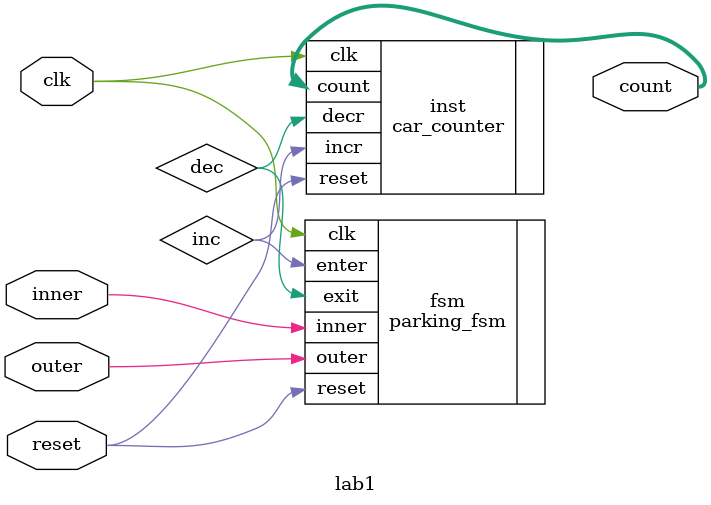
<source format=sv>
/* Top-level module for LandsLand hardware connections to implement the parking lot system. */

module lab1 (
	input  logic        clk,    // 50MHz clock
	input  logic        reset,
	input  logic        outer,
	input  logic        inner,
	output logic [4:0]  count
);

	logic inc, dec;

	parking_fsm fsm (
		.clk(clk),
		.reset(reset),
		.outer(outer),						// 1 when blocked
		.inner(inner),						// 1 when blocked
		.enter(inc),  						// 1 when a car enters
		.exit(dec)    						// 1 when a car exits
	);

	car_counter inst (
		.clk(clk),
		.reset(reset),
		.incr(inc),
		.decr(dec),
		.count(count)
	);

endmodule  // lab1

</source>
